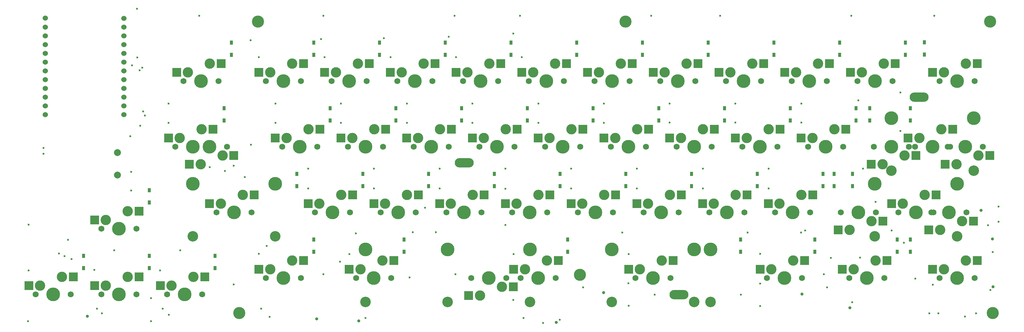
<source format=gbs>
G04 #@! TF.GenerationSoftware,KiCad,Pcbnew,8.0.3*
G04 #@! TF.CreationDate,2024-07-31T18:52:23+09:00*
G04 #@! TF.ProjectId,reviung46,72657669-756e-4673-9436-2e6b69636164,ver 0.1*
G04 #@! TF.SameCoordinates,Original*
G04 #@! TF.FileFunction,Soldermask,Bot*
G04 #@! TF.FilePolarity,Negative*
%FSLAX46Y46*%
G04 Gerber Fmt 4.6, Leading zero omitted, Abs format (unit mm)*
G04 Created by KiCad (PCBNEW 8.0.3) date 2024-07-31 18:52:23*
%MOMM*%
%LPD*%
G01*
G04 APERTURE LIST*
%ADD10C,1.750000*%
%ADD11C,3.000000*%
%ADD12C,3.987800*%
%ADD13R,2.550000X2.500000*%
%ADD14C,3.048000*%
%ADD15O,5.500000X2.700000*%
%ADD16C,3.500000*%
%ADD17C,1.524000*%
%ADD18R,0.950000X1.300000*%
%ADD19C,2.000000*%
%ADD20C,0.600000*%
%ADD21C,0.900000*%
G04 APERTURE END LIST*
D10*
X210352500Y-63020000D03*
D11*
X211622500Y-60480000D03*
D12*
X215432500Y-63020000D03*
D11*
X217972500Y-57940000D03*
D10*
X220512500Y-63020000D03*
D13*
X208347500Y-60480000D03*
X221274500Y-57940000D03*
D10*
X148440000Y-43970000D03*
D11*
X149710000Y-41430000D03*
D12*
X153520000Y-43970000D03*
D11*
X156060000Y-38890000D03*
D10*
X158600000Y-43970000D03*
D13*
X146435000Y-41430000D03*
X159362000Y-38890000D03*
D12*
X120188850Y-92865000D03*
D14*
X120188850Y-108105000D03*
D10*
X165108750Y-101120000D03*
D11*
X166378750Y-98580000D03*
D12*
X170188750Y-101120000D03*
D11*
X172728750Y-96040000D03*
D10*
X175268750Y-101120000D03*
D12*
X220188650Y-92865000D03*
D14*
X220188650Y-108105000D03*
D13*
X163103750Y-98580000D03*
X176030750Y-96040000D03*
D10*
X181777500Y-82070000D03*
D11*
X183047500Y-79530000D03*
D12*
X186857500Y-82070000D03*
D11*
X189397500Y-76990000D03*
D10*
X191937500Y-82070000D03*
D13*
X179772500Y-79530000D03*
X192699500Y-76990000D03*
D10*
X277662500Y-63020000D03*
D11*
X276392500Y-65560000D03*
D12*
X272582500Y-63020000D03*
D11*
X270042500Y-68100000D03*
D10*
X267502500Y-63020000D03*
D13*
X279667500Y-65560000D03*
X266740500Y-68100000D03*
D10*
X162727500Y-82070000D03*
D11*
X163997500Y-79530000D03*
D12*
X167807500Y-82070000D03*
D11*
X170347500Y-76990000D03*
D10*
X172887500Y-82070000D03*
D13*
X160722500Y-79530000D03*
X173649500Y-76990000D03*
D12*
X272550750Y-54765000D03*
D14*
X272550750Y-70005000D03*
D10*
X279408750Y-63020000D03*
D11*
X280678750Y-60480000D03*
D12*
X284488750Y-63020000D03*
D11*
X287028750Y-57940000D03*
D10*
X289568750Y-63020000D03*
D12*
X296426750Y-54765000D03*
D14*
X296426750Y-70005000D03*
D13*
X277403750Y-60480000D03*
X290330750Y-57940000D03*
D10*
X286552500Y-101120000D03*
D11*
X287822500Y-98580000D03*
D12*
X291632500Y-101120000D03*
D11*
X294172500Y-96040000D03*
D10*
X296712500Y-101120000D03*
D13*
X284547500Y-98580000D03*
X297474500Y-96040000D03*
D10*
X24615000Y-105882500D03*
D11*
X25885000Y-103342500D03*
D12*
X29695000Y-105882500D03*
D11*
X32235000Y-100802500D03*
D10*
X34775000Y-105882500D03*
D13*
X22610000Y-103342500D03*
X35537000Y-100802500D03*
D10*
X191302500Y-63020000D03*
D11*
X192572500Y-60480000D03*
D12*
X196382500Y-63020000D03*
D11*
X198922500Y-57940000D03*
D10*
X201462500Y-63020000D03*
D13*
X189297500Y-60480000D03*
X202224500Y-57940000D03*
D10*
X260358750Y-101120000D03*
D11*
X261628750Y-98580000D03*
D12*
X265438750Y-101120000D03*
D11*
X267978750Y-96040000D03*
D10*
X270518750Y-101120000D03*
D13*
X258353750Y-98580000D03*
X271280750Y-96040000D03*
D15*
X211035000Y-105935000D03*
D10*
X286552500Y-43970000D03*
D11*
X287822500Y-41430000D03*
D12*
X291632500Y-43970000D03*
D11*
X294172500Y-38890000D03*
D10*
X296712500Y-43970000D03*
D13*
X284547500Y-41430000D03*
X297474500Y-38890000D03*
D10*
X62715000Y-105882500D03*
D11*
X63985000Y-103342500D03*
D12*
X67795000Y-105882500D03*
D11*
X70335000Y-100802500D03*
D10*
X72875000Y-105882500D03*
D13*
X60710000Y-103342500D03*
X73637000Y-100802500D03*
D10*
X262740000Y-43970000D03*
D11*
X264010000Y-41430000D03*
D12*
X267820000Y-43970000D03*
D11*
X270360000Y-38890000D03*
D10*
X272900000Y-43970000D03*
D13*
X260735000Y-41430000D03*
X273662000Y-38890000D03*
D10*
X219877500Y-82070000D03*
D11*
X221147500Y-79530000D03*
D12*
X224957500Y-82070000D03*
D11*
X227497500Y-76990000D03*
D10*
X230037500Y-82070000D03*
D13*
X217872500Y-79530000D03*
X230799500Y-76990000D03*
D15*
X148775000Y-67725000D03*
D10*
X229402500Y-63020000D03*
D11*
X230672500Y-60480000D03*
D12*
X234482500Y-63020000D03*
D11*
X237022500Y-57940000D03*
D10*
X239562500Y-63020000D03*
D13*
X227397500Y-60480000D03*
X240324500Y-57940000D03*
D10*
X243690000Y-43970000D03*
D11*
X244960000Y-41430000D03*
D12*
X248770000Y-43970000D03*
D11*
X251310000Y-38890000D03*
D10*
X253850000Y-43970000D03*
D13*
X241685000Y-41430000D03*
X254612000Y-38890000D03*
D10*
X67477500Y-43970000D03*
D11*
X68747500Y-41430000D03*
D12*
X72557500Y-43970000D03*
D11*
X75097500Y-38890000D03*
D10*
X77637500Y-43970000D03*
D13*
X65472500Y-41430000D03*
X78399500Y-38890000D03*
D10*
X80018750Y-63020000D03*
D11*
X78748750Y-65560000D03*
D12*
X74938750Y-63020000D03*
D11*
X72398750Y-68100000D03*
D10*
X69858750Y-63020000D03*
D13*
X82023750Y-65560000D03*
X69096750Y-68100000D03*
D10*
X43665000Y-105882500D03*
D11*
X44935000Y-103342500D03*
D12*
X48745000Y-105882500D03*
D11*
X51285000Y-100802500D03*
D10*
X53825000Y-105882500D03*
D13*
X41660000Y-103342500D03*
X54587000Y-100802500D03*
D10*
X238927500Y-82070000D03*
D11*
X240197500Y-79530000D03*
D12*
X244007500Y-82070000D03*
D11*
X246547500Y-76990000D03*
D10*
X249087500Y-82070000D03*
D13*
X236922500Y-79530000D03*
X249849500Y-76990000D03*
D10*
X117483750Y-101120000D03*
D11*
X118753750Y-98580000D03*
D12*
X122563750Y-101120000D03*
D11*
X125103750Y-96040000D03*
D10*
X127643750Y-101120000D03*
D13*
X115478750Y-98580000D03*
X128405750Y-96040000D03*
D16*
X195500000Y-26680000D03*
D10*
X91290000Y-43970000D03*
D11*
X92560000Y-41430000D03*
D12*
X96370000Y-43970000D03*
D11*
X98910000Y-38890000D03*
D10*
X101450000Y-43970000D03*
D13*
X89285000Y-41430000D03*
X102212000Y-38890000D03*
D10*
X124627500Y-82070000D03*
D11*
X125897500Y-79530000D03*
D12*
X129707500Y-82070000D03*
D11*
X132247500Y-76990000D03*
D10*
X134787500Y-82070000D03*
D13*
X122622500Y-79530000D03*
X135549500Y-76990000D03*
D10*
X115102500Y-63020000D03*
D11*
X116372500Y-60480000D03*
D12*
X120182500Y-63020000D03*
D11*
X122722500Y-57940000D03*
D10*
X125262500Y-63020000D03*
D13*
X113097500Y-60480000D03*
X126024500Y-57940000D03*
D10*
X65096250Y-63020000D03*
D11*
X66366250Y-60480000D03*
D12*
X70176250Y-63020000D03*
D11*
X72716250Y-57940000D03*
D10*
X75256250Y-63020000D03*
D13*
X63091250Y-60480000D03*
X76018250Y-57940000D03*
D17*
X50177536Y-25749658D03*
X50179659Y-28290796D03*
X50174594Y-30836035D03*
X50172902Y-33375914D03*
X50177897Y-35915789D03*
X50174308Y-38451661D03*
X50175413Y-40995867D03*
X50176119Y-43540124D03*
X50176910Y-46076952D03*
X50176961Y-48616348D03*
X50175906Y-51153756D03*
X50175833Y-53695109D03*
X27386271Y-53699546D03*
X27386015Y-51155769D03*
X27388701Y-48615828D03*
X27384937Y-46077006D03*
X27384251Y-43537588D03*
X27387795Y-40997022D03*
X27386290Y-38453946D03*
X27386234Y-35914438D03*
X27384161Y-33374382D03*
X27384783Y-30834038D03*
X27387147Y-28293779D03*
X27370000Y-25735000D03*
D16*
X83600000Y-111300000D03*
D10*
X143677500Y-82070000D03*
D11*
X144947500Y-79530000D03*
D12*
X148757500Y-82070000D03*
D11*
X151297500Y-76990000D03*
D10*
X153837500Y-82070000D03*
D13*
X141672500Y-79530000D03*
X154599500Y-76990000D03*
D10*
X43665000Y-86832500D03*
D11*
X44935000Y-84292500D03*
D12*
X48745000Y-86832500D03*
D11*
X51285000Y-81752500D03*
D10*
X53825000Y-86832500D03*
D13*
X41660000Y-84292500D03*
X54587000Y-81752500D03*
D12*
X70144500Y-73815000D03*
D14*
X70144500Y-89055000D03*
D10*
X77002500Y-82070000D03*
D11*
X78272500Y-79530000D03*
D12*
X82082500Y-82070000D03*
D11*
X84622500Y-76990000D03*
D10*
X87162500Y-82070000D03*
D12*
X94020500Y-73815000D03*
D14*
X94020500Y-89055000D03*
D13*
X74997500Y-79530000D03*
X87924500Y-76990000D03*
D10*
X91290000Y-101120000D03*
D11*
X92560000Y-98580000D03*
D12*
X96370000Y-101120000D03*
D11*
X98910000Y-96040000D03*
D10*
X101450000Y-101120000D03*
D13*
X89285000Y-98580000D03*
X102212000Y-96040000D03*
D10*
X236546250Y-101120000D03*
D11*
X237816250Y-98580000D03*
D12*
X241626250Y-101120000D03*
D11*
X244166250Y-96040000D03*
D10*
X246706250Y-101120000D03*
D13*
X234541250Y-98580000D03*
X247468250Y-96040000D03*
D10*
X248452500Y-63020000D03*
D11*
X249722500Y-60480000D03*
D12*
X253532500Y-63020000D03*
D11*
X256072500Y-57940000D03*
D10*
X258612500Y-63020000D03*
D13*
X246447500Y-60480000D03*
X259374500Y-57940000D03*
D16*
X302000000Y-111300000D03*
D10*
X110340000Y-43970000D03*
D11*
X111610000Y-41430000D03*
D12*
X115420000Y-43970000D03*
D11*
X117960000Y-38890000D03*
D10*
X120500000Y-43970000D03*
D13*
X108335000Y-41430000D03*
X121262000Y-38890000D03*
D14*
X167839250Y-108105000D03*
D12*
X167839250Y-92865000D03*
D10*
X160981250Y-101120000D03*
D11*
X159711250Y-103660000D03*
D12*
X155901250Y-101120000D03*
D11*
X153361250Y-106200000D03*
D10*
X150821250Y-101120000D03*
D14*
X143963250Y-108105000D03*
D12*
X143963250Y-92865000D03*
D13*
X162986250Y-103660000D03*
X150059250Y-106200000D03*
D12*
X267788250Y-73815000D03*
D14*
X267788250Y-89055000D03*
D10*
X274646250Y-82070000D03*
D11*
X275916250Y-79530000D03*
D12*
X279726250Y-82070000D03*
D11*
X282266250Y-76990000D03*
D10*
X284806250Y-82070000D03*
D12*
X291664250Y-73815000D03*
D14*
X291664250Y-89055000D03*
D13*
X272641250Y-79530000D03*
X285568250Y-76990000D03*
D12*
X191588250Y-92865000D03*
D14*
X191588250Y-108105000D03*
D10*
X198446250Y-101120000D03*
D11*
X199716250Y-98580000D03*
D12*
X203526250Y-101120000D03*
D11*
X206066250Y-96040000D03*
D10*
X208606250Y-101120000D03*
D12*
X215464250Y-92865000D03*
D14*
X215464250Y-108105000D03*
D13*
X196441250Y-98580000D03*
X209368250Y-96040000D03*
D16*
X301245000Y-26680000D03*
D10*
X294331250Y-82070000D03*
D11*
X293061250Y-84610000D03*
D12*
X289251250Y-82070000D03*
D11*
X286711250Y-87150000D03*
D10*
X284171250Y-82070000D03*
D13*
X296336250Y-84610000D03*
X283409250Y-87150000D03*
D10*
X129390000Y-43970000D03*
D11*
X130660000Y-41430000D03*
D12*
X134470000Y-43970000D03*
D11*
X137010000Y-38890000D03*
D10*
X139550000Y-43970000D03*
D13*
X127385000Y-41430000D03*
X140312000Y-38890000D03*
D10*
X172252500Y-63020000D03*
D11*
X173522500Y-60480000D03*
D12*
X177332500Y-63020000D03*
D11*
X179872500Y-57940000D03*
D10*
X182412500Y-63020000D03*
D13*
X170247500Y-60480000D03*
X183174500Y-57940000D03*
D15*
X280610000Y-48615000D03*
D10*
X186540000Y-43970000D03*
D11*
X187810000Y-41430000D03*
D12*
X191620000Y-43970000D03*
D11*
X194160000Y-38890000D03*
D10*
X196700000Y-43970000D03*
D13*
X184535000Y-41430000D03*
X197462000Y-38890000D03*
D10*
X96052500Y-63020000D03*
D11*
X97322500Y-60480000D03*
D12*
X101132500Y-63020000D03*
D11*
X103672500Y-57940000D03*
D10*
X106212500Y-63020000D03*
D13*
X94047500Y-60480000D03*
X106974500Y-57940000D03*
D10*
X134152500Y-63020000D03*
D11*
X135422500Y-60480000D03*
D12*
X139232500Y-63020000D03*
D11*
X141772500Y-57940000D03*
D10*
X144312500Y-63020000D03*
D13*
X132147500Y-60480000D03*
X145074500Y-57940000D03*
D16*
X89000000Y-26680000D03*
D10*
X153202500Y-63020000D03*
D11*
X154472500Y-60480000D03*
D12*
X158282500Y-63020000D03*
D11*
X160822500Y-57940000D03*
D10*
X163362500Y-63020000D03*
D13*
X151197500Y-60480000D03*
X164124500Y-57940000D03*
D10*
X268137500Y-82070000D03*
D11*
X266867500Y-84610000D03*
D12*
X263057500Y-82070000D03*
D11*
X260517500Y-87150000D03*
D10*
X257977500Y-82070000D03*
D13*
X270142500Y-84610000D03*
X257215500Y-87150000D03*
D10*
X167490000Y-43970000D03*
D11*
X168760000Y-41430000D03*
D12*
X172570000Y-43970000D03*
D11*
X175110000Y-38890000D03*
D10*
X177650000Y-43970000D03*
D13*
X165485000Y-41430000D03*
X178412000Y-38890000D03*
D16*
X182370000Y-100170000D03*
D10*
X105577500Y-82070000D03*
D11*
X106847500Y-79530000D03*
D12*
X110657500Y-82070000D03*
D11*
X113197500Y-76990000D03*
D10*
X115737500Y-82070000D03*
D13*
X103572500Y-79530000D03*
X116499500Y-76990000D03*
D10*
X200827500Y-82070000D03*
D11*
X202097500Y-79530000D03*
D12*
X205907500Y-82070000D03*
D11*
X208447500Y-76990000D03*
D10*
X210987500Y-82070000D03*
D13*
X198822500Y-79530000D03*
X211749500Y-76990000D03*
D10*
X299093750Y-63020000D03*
D11*
X297823750Y-65560000D03*
D12*
X294013750Y-63020000D03*
D11*
X291473750Y-68100000D03*
D10*
X288933750Y-63020000D03*
D13*
X301098750Y-65560000D03*
X288171750Y-68100000D03*
D10*
X224640000Y-43970000D03*
D11*
X225910000Y-41430000D03*
D12*
X229720000Y-43970000D03*
D11*
X232260000Y-38890000D03*
D10*
X234800000Y-43970000D03*
D13*
X222635000Y-41430000D03*
X235562000Y-38890000D03*
D10*
X205590000Y-43970000D03*
D11*
X206860000Y-41430000D03*
D12*
X210670000Y-43970000D03*
D11*
X213210000Y-38890000D03*
D10*
X215750000Y-43970000D03*
D13*
X203585000Y-41430000D03*
X216512000Y-38890000D03*
D18*
X274238750Y-89945000D03*
X274238750Y-93495000D03*
X228900000Y-89945000D03*
X228900000Y-93495000D03*
X131363750Y-89945000D03*
X131363750Y-93495000D03*
X157557500Y-70895000D03*
X157557500Y-74445000D03*
X205182500Y-51845000D03*
X205182500Y-55395000D03*
X282170000Y-32755000D03*
X282170000Y-36305000D03*
X224232500Y-51845000D03*
X224232500Y-55395000D03*
X148032500Y-51845000D03*
X148032500Y-55395000D03*
X178750000Y-89945000D03*
X178750000Y-93495000D03*
X128982500Y-51845000D03*
X128982500Y-55395000D03*
X233757500Y-70895000D03*
X233757500Y-74445000D03*
X276620000Y-32795000D03*
X276620000Y-36345000D03*
X167082500Y-51845000D03*
X167082500Y-55395000D03*
X257570000Y-32795000D03*
X257570000Y-36345000D03*
X138507500Y-70895000D03*
X138507500Y-74445000D03*
X266300000Y-51845000D03*
X266300000Y-55395000D03*
X262332500Y-51845000D03*
X262332500Y-55395000D03*
X109932500Y-51845000D03*
X109932500Y-55395000D03*
D19*
X48275000Y-71250000D03*
X48275000Y-64750000D03*
D18*
X100250000Y-70895000D03*
X100250000Y-74445000D03*
X278100000Y-51845000D03*
X278100000Y-55395000D03*
X256000000Y-70895000D03*
X256000000Y-74445000D03*
X143270000Y-32795000D03*
X143270000Y-36345000D03*
X238520000Y-32795000D03*
X238520000Y-36345000D03*
X186132500Y-51845000D03*
X186132500Y-55395000D03*
X243282500Y-51845000D03*
X243282500Y-55395000D03*
X261300000Y-70895000D03*
X261300000Y-74445000D03*
X176607500Y-70895000D03*
X176607500Y-74445000D03*
X119457500Y-70895000D03*
X119457500Y-74445000D03*
X124220000Y-32795000D03*
X124220000Y-36345000D03*
X214707500Y-70895000D03*
X214707500Y-74445000D03*
X252807500Y-70895000D03*
X252807500Y-74445000D03*
X181370000Y-32795000D03*
X181370000Y-36345000D03*
X200420000Y-32795000D03*
X200420000Y-36345000D03*
X195657500Y-70895000D03*
X195657500Y-74445000D03*
X162320000Y-32795000D03*
X162320000Y-36345000D03*
X105170000Y-89945000D03*
X105170000Y-93495000D03*
X38495000Y-94707500D03*
X38495000Y-98257500D03*
X250426250Y-89945000D03*
X250426250Y-93495000D03*
X79200000Y-51845000D03*
X79200000Y-55395000D03*
X57545000Y-94707500D03*
X57545000Y-98257500D03*
X57545000Y-75657500D03*
X57545000Y-79207500D03*
X105170000Y-32795000D03*
X105170000Y-36345000D03*
X81357500Y-32795000D03*
X81357500Y-36345000D03*
X219470000Y-32795000D03*
X219470000Y-36345000D03*
X76595000Y-94707500D03*
X76595000Y-98257500D03*
X278100000Y-89945000D03*
X278100000Y-93495000D03*
D20*
X133900000Y-87800000D03*
X72000000Y-25000000D03*
X133000000Y-101000000D03*
X165000000Y-25000000D03*
X52500000Y-39400000D03*
X54000000Y-23000000D03*
X108000000Y-25000000D03*
X223000000Y-25000000D03*
X137500000Y-80700000D03*
X54100000Y-37100000D03*
X58000000Y-113700000D03*
X34000000Y-90000000D03*
X108000000Y-100000000D03*
X171700000Y-114200000D03*
X146270000Y-100010000D03*
X286200000Y-111400000D03*
X279550000Y-101305000D03*
X302000000Y-93600000D03*
X303700000Y-84800000D03*
X204000000Y-106000000D03*
X261000000Y-25000000D03*
X229000000Y-106000000D03*
X140600000Y-87800000D03*
X82000000Y-103000000D03*
X146000000Y-25000000D03*
X253000000Y-100000000D03*
X58000000Y-107000000D03*
X285000000Y-25000000D03*
X54900000Y-56900000D03*
X303700000Y-80400000D03*
X22400000Y-113700000D03*
X297100000Y-111400000D03*
X203000000Y-25000000D03*
X75100000Y-69000000D03*
X55750000Y-52750000D03*
X227400000Y-56000000D03*
X108350000Y-37000000D03*
X246400000Y-87950000D03*
X217950000Y-69400000D03*
X113100000Y-56100000D03*
X107300000Y-31800000D03*
X103600000Y-75100000D03*
X255050000Y-95250000D03*
X217940027Y-75131918D03*
X113100000Y-50500000D03*
X61400000Y-110000000D03*
X63200000Y-111800000D03*
X60700000Y-98900000D03*
X103600000Y-69400000D03*
X66500000Y-93050000D03*
X227400000Y-50500000D03*
X56250000Y-54000000D03*
X54750000Y-40850000D03*
X55500000Y-40050000D03*
X89300000Y-37050000D03*
X198850000Y-69350000D03*
X198843068Y-75102457D03*
X86900000Y-32100000D03*
X41650000Y-98800000D03*
X94100000Y-50500000D03*
X234550000Y-102700000D03*
X85250000Y-71850000D03*
X42400000Y-110000000D03*
X47400000Y-93050000D03*
X208300000Y-56000000D03*
X87000000Y-62400000D03*
X234600000Y-109250000D03*
X43800000Y-111400000D03*
X94100000Y-56100000D03*
X208300000Y-50500000D03*
X230900000Y-87950000D03*
X234550000Y-94100000D03*
X52000000Y-60000000D03*
D21*
X302050000Y-103650000D03*
X118200000Y-113550000D03*
X246700000Y-105750000D03*
X301900000Y-89800000D03*
X39600000Y-112200000D03*
X189200000Y-105400000D03*
X175450000Y-114000000D03*
X298610000Y-81470000D03*
X106050000Y-113000000D03*
X260550000Y-109780000D03*
D20*
X141700000Y-69400000D03*
X115500000Y-94150000D03*
X146450000Y-37050000D03*
X141700000Y-75100000D03*
X264400000Y-69400000D03*
X151200000Y-56100000D03*
X268000000Y-79000000D03*
X151200000Y-50500000D03*
X263000000Y-49600000D03*
X144300000Y-31100000D03*
X117350000Y-88200000D03*
X272650000Y-87300000D03*
X276250000Y-90850000D03*
X293900000Y-112300000D03*
X163000000Y-107500000D03*
X165500000Y-37000000D03*
X163000000Y-30200000D03*
X160700000Y-75200000D03*
X300600000Y-85800000D03*
X170300000Y-50500000D03*
X160700000Y-69400000D03*
X275200000Y-47300000D03*
X275200000Y-58500000D03*
X160700000Y-85700000D03*
X170300000Y-56100000D03*
X163100000Y-94150000D03*
X166000000Y-112750000D03*
X189300000Y-56100000D03*
X194600000Y-87900000D03*
X179800000Y-69400000D03*
X82000000Y-68500000D03*
X196450000Y-94150000D03*
X179800000Y-75100000D03*
X22600000Y-85600000D03*
X79500000Y-70050000D03*
X52300000Y-75700000D03*
X52300000Y-70300000D03*
X22600000Y-98900000D03*
X63100000Y-50500000D03*
X196500000Y-109200000D03*
X63100000Y-56100000D03*
X189300000Y-50500000D03*
X196400000Y-102650000D03*
X125500000Y-31500000D03*
X237000000Y-75100000D03*
X263500000Y-95200000D03*
X237000000Y-69400000D03*
X283560000Y-111400000D03*
X91600000Y-91800000D03*
X90000000Y-110000000D03*
X246500000Y-56000000D03*
X122611484Y-69381779D03*
X92400000Y-112400000D03*
X122600000Y-75100000D03*
X247600000Y-87300000D03*
X89300000Y-94100000D03*
X132200000Y-56100000D03*
X246500000Y-50500000D03*
X127450000Y-37000000D03*
X132200000Y-50500000D03*
X284600000Y-103100000D03*
X33000000Y-94750000D03*
X26900000Y-63400000D03*
X26900000Y-65100000D03*
X31400000Y-94000000D03*
X183300000Y-103800000D03*
X254000000Y-103800000D03*
X301250000Y-104600000D03*
X261200000Y-108200000D03*
X176450000Y-113200000D03*
X120150000Y-112750000D03*
X112800000Y-96400000D03*
X35050000Y-95650000D03*
M02*

</source>
